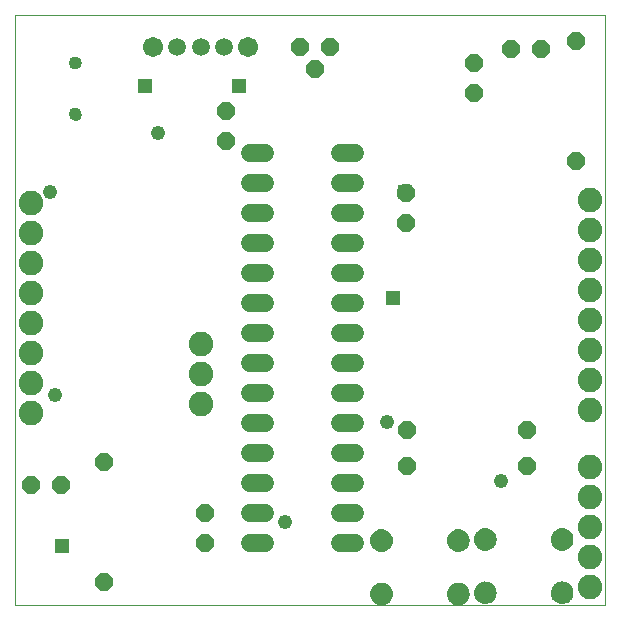
<source format=gbs>
G75*
%MOIN*%
%OFA0B0*%
%FSLAX25Y25*%
%IPPOS*%
%LPD*%
%AMOC8*
5,1,8,0,0,1.08239X$1,22.5*
%
%ADD10C,0.00000*%
%ADD11OC8,0.06000*%
%ADD12C,0.08200*%
%ADD13C,0.04343*%
%ADD14C,0.00500*%
%ADD15C,0.06000*%
%ADD16C,0.05950*%
%ADD17C,0.06737*%
%ADD18R,0.04762X0.04762*%
%ADD19C,0.04800*%
D10*
X0013611Y0013611D02*
X0013611Y0210461D01*
X0210461Y0210461D01*
X0210461Y0013611D01*
X0013611Y0013611D01*
X0031997Y0177194D02*
X0031999Y0177278D01*
X0032005Y0177361D01*
X0032015Y0177444D01*
X0032029Y0177527D01*
X0032046Y0177609D01*
X0032068Y0177690D01*
X0032093Y0177769D01*
X0032122Y0177848D01*
X0032155Y0177925D01*
X0032191Y0178000D01*
X0032231Y0178074D01*
X0032274Y0178146D01*
X0032321Y0178215D01*
X0032371Y0178282D01*
X0032424Y0178347D01*
X0032480Y0178409D01*
X0032538Y0178469D01*
X0032600Y0178526D01*
X0032664Y0178579D01*
X0032731Y0178630D01*
X0032800Y0178677D01*
X0032871Y0178722D01*
X0032944Y0178762D01*
X0033019Y0178799D01*
X0033096Y0178833D01*
X0033174Y0178863D01*
X0033253Y0178889D01*
X0033334Y0178912D01*
X0033416Y0178930D01*
X0033498Y0178945D01*
X0033581Y0178956D01*
X0033664Y0178963D01*
X0033748Y0178966D01*
X0033832Y0178965D01*
X0033915Y0178960D01*
X0033999Y0178951D01*
X0034081Y0178938D01*
X0034163Y0178922D01*
X0034244Y0178901D01*
X0034325Y0178877D01*
X0034403Y0178849D01*
X0034481Y0178817D01*
X0034557Y0178781D01*
X0034631Y0178742D01*
X0034703Y0178700D01*
X0034773Y0178654D01*
X0034841Y0178605D01*
X0034906Y0178553D01*
X0034969Y0178498D01*
X0035029Y0178440D01*
X0035087Y0178379D01*
X0035141Y0178315D01*
X0035193Y0178249D01*
X0035241Y0178181D01*
X0035286Y0178110D01*
X0035327Y0178037D01*
X0035366Y0177963D01*
X0035400Y0177887D01*
X0035431Y0177809D01*
X0035458Y0177730D01*
X0035482Y0177649D01*
X0035501Y0177568D01*
X0035517Y0177486D01*
X0035529Y0177403D01*
X0035537Y0177319D01*
X0035541Y0177236D01*
X0035541Y0177152D01*
X0035537Y0177069D01*
X0035529Y0176985D01*
X0035517Y0176902D01*
X0035501Y0176820D01*
X0035482Y0176739D01*
X0035458Y0176658D01*
X0035431Y0176579D01*
X0035400Y0176501D01*
X0035366Y0176425D01*
X0035327Y0176351D01*
X0035286Y0176278D01*
X0035241Y0176207D01*
X0035193Y0176139D01*
X0035141Y0176073D01*
X0035087Y0176009D01*
X0035029Y0175948D01*
X0034969Y0175890D01*
X0034906Y0175835D01*
X0034841Y0175783D01*
X0034773Y0175734D01*
X0034703Y0175688D01*
X0034631Y0175646D01*
X0034557Y0175607D01*
X0034481Y0175571D01*
X0034403Y0175539D01*
X0034325Y0175511D01*
X0034244Y0175487D01*
X0034163Y0175466D01*
X0034081Y0175450D01*
X0033999Y0175437D01*
X0033915Y0175428D01*
X0033832Y0175423D01*
X0033748Y0175422D01*
X0033664Y0175425D01*
X0033581Y0175432D01*
X0033498Y0175443D01*
X0033416Y0175458D01*
X0033334Y0175476D01*
X0033253Y0175499D01*
X0033174Y0175525D01*
X0033096Y0175555D01*
X0033019Y0175589D01*
X0032944Y0175626D01*
X0032871Y0175666D01*
X0032800Y0175711D01*
X0032731Y0175758D01*
X0032664Y0175809D01*
X0032600Y0175862D01*
X0032538Y0175919D01*
X0032480Y0175979D01*
X0032424Y0176041D01*
X0032371Y0176106D01*
X0032321Y0176173D01*
X0032274Y0176242D01*
X0032231Y0176314D01*
X0032191Y0176388D01*
X0032155Y0176463D01*
X0032122Y0176540D01*
X0032093Y0176619D01*
X0032068Y0176698D01*
X0032046Y0176779D01*
X0032029Y0176861D01*
X0032015Y0176944D01*
X0032005Y0177027D01*
X0031999Y0177110D01*
X0031997Y0177194D01*
X0031997Y0194517D02*
X0031999Y0194601D01*
X0032005Y0194684D01*
X0032015Y0194767D01*
X0032029Y0194850D01*
X0032046Y0194932D01*
X0032068Y0195013D01*
X0032093Y0195092D01*
X0032122Y0195171D01*
X0032155Y0195248D01*
X0032191Y0195323D01*
X0032231Y0195397D01*
X0032274Y0195469D01*
X0032321Y0195538D01*
X0032371Y0195605D01*
X0032424Y0195670D01*
X0032480Y0195732D01*
X0032538Y0195792D01*
X0032600Y0195849D01*
X0032664Y0195902D01*
X0032731Y0195953D01*
X0032800Y0196000D01*
X0032871Y0196045D01*
X0032944Y0196085D01*
X0033019Y0196122D01*
X0033096Y0196156D01*
X0033174Y0196186D01*
X0033253Y0196212D01*
X0033334Y0196235D01*
X0033416Y0196253D01*
X0033498Y0196268D01*
X0033581Y0196279D01*
X0033664Y0196286D01*
X0033748Y0196289D01*
X0033832Y0196288D01*
X0033915Y0196283D01*
X0033999Y0196274D01*
X0034081Y0196261D01*
X0034163Y0196245D01*
X0034244Y0196224D01*
X0034325Y0196200D01*
X0034403Y0196172D01*
X0034481Y0196140D01*
X0034557Y0196104D01*
X0034631Y0196065D01*
X0034703Y0196023D01*
X0034773Y0195977D01*
X0034841Y0195928D01*
X0034906Y0195876D01*
X0034969Y0195821D01*
X0035029Y0195763D01*
X0035087Y0195702D01*
X0035141Y0195638D01*
X0035193Y0195572D01*
X0035241Y0195504D01*
X0035286Y0195433D01*
X0035327Y0195360D01*
X0035366Y0195286D01*
X0035400Y0195210D01*
X0035431Y0195132D01*
X0035458Y0195053D01*
X0035482Y0194972D01*
X0035501Y0194891D01*
X0035517Y0194809D01*
X0035529Y0194726D01*
X0035537Y0194642D01*
X0035541Y0194559D01*
X0035541Y0194475D01*
X0035537Y0194392D01*
X0035529Y0194308D01*
X0035517Y0194225D01*
X0035501Y0194143D01*
X0035482Y0194062D01*
X0035458Y0193981D01*
X0035431Y0193902D01*
X0035400Y0193824D01*
X0035366Y0193748D01*
X0035327Y0193674D01*
X0035286Y0193601D01*
X0035241Y0193530D01*
X0035193Y0193462D01*
X0035141Y0193396D01*
X0035087Y0193332D01*
X0035029Y0193271D01*
X0034969Y0193213D01*
X0034906Y0193158D01*
X0034841Y0193106D01*
X0034773Y0193057D01*
X0034703Y0193011D01*
X0034631Y0192969D01*
X0034557Y0192930D01*
X0034481Y0192894D01*
X0034403Y0192862D01*
X0034325Y0192834D01*
X0034244Y0192810D01*
X0034163Y0192789D01*
X0034081Y0192773D01*
X0033999Y0192760D01*
X0033915Y0192751D01*
X0033832Y0192746D01*
X0033748Y0192745D01*
X0033664Y0192748D01*
X0033581Y0192755D01*
X0033498Y0192766D01*
X0033416Y0192781D01*
X0033334Y0192799D01*
X0033253Y0192822D01*
X0033174Y0192848D01*
X0033096Y0192878D01*
X0033019Y0192912D01*
X0032944Y0192949D01*
X0032871Y0192989D01*
X0032800Y0193034D01*
X0032731Y0193081D01*
X0032664Y0193132D01*
X0032600Y0193185D01*
X0032538Y0193242D01*
X0032480Y0193302D01*
X0032424Y0193364D01*
X0032371Y0193429D01*
X0032321Y0193496D01*
X0032274Y0193565D01*
X0032231Y0193637D01*
X0032191Y0193711D01*
X0032155Y0193786D01*
X0032122Y0193863D01*
X0032093Y0193942D01*
X0032068Y0194021D01*
X0032046Y0194102D01*
X0032029Y0194184D01*
X0032015Y0194267D01*
X0032005Y0194350D01*
X0031999Y0194433D01*
X0031997Y0194517D01*
D11*
X0084005Y0178296D03*
X0084005Y0168296D03*
X0113611Y0192253D03*
X0108611Y0199753D03*
X0118611Y0199753D03*
X0166682Y0194359D03*
X0166682Y0184359D03*
X0179005Y0198926D03*
X0189005Y0198926D03*
X0200816Y0201761D03*
X0200816Y0161761D03*
X0144005Y0150894D03*
X0144005Y0140894D03*
X0144202Y0071879D03*
X0144202Y0060068D03*
X0184202Y0060068D03*
X0184202Y0071879D03*
X0077076Y0044280D03*
X0077076Y0034280D03*
X0043335Y0021209D03*
X0029162Y0053572D03*
X0019162Y0053572D03*
X0043335Y0061209D03*
D12*
X0019005Y0077548D03*
X0019005Y0087548D03*
X0019005Y0097548D03*
X0019005Y0107548D03*
X0019005Y0117548D03*
X0019005Y0127548D03*
X0019005Y0137548D03*
X0019005Y0147548D03*
X0075619Y0100737D03*
X0075619Y0090737D03*
X0075619Y0080737D03*
X0205383Y0078650D03*
X0205383Y0088650D03*
X0205383Y0098650D03*
X0205383Y0108650D03*
X0205383Y0118650D03*
X0205383Y0128650D03*
X0205383Y0138650D03*
X0205383Y0148650D03*
X0205225Y0059635D03*
X0205225Y0049635D03*
X0205225Y0039635D03*
X0205225Y0029635D03*
X0205225Y0019635D03*
D13*
X0033769Y0177194D03*
X0033769Y0194517D03*
D14*
X0133921Y0038071D02*
X0133400Y0037651D01*
X0132972Y0037138D01*
X0132651Y0036551D01*
X0132452Y0035913D01*
X0132380Y0035249D01*
X0132370Y0035169D01*
X0132439Y0034496D01*
X0132637Y0033849D01*
X0132957Y0033254D01*
X0133388Y0032732D01*
X0133912Y0032305D01*
X0134509Y0031988D01*
X0135157Y0031793D01*
X0135830Y0031729D01*
X0135860Y0031709D01*
X0136521Y0031769D01*
X0137157Y0031957D01*
X0137745Y0032266D01*
X0138261Y0032683D01*
X0138686Y0033193D01*
X0139003Y0033775D01*
X0139200Y0034409D01*
X0139270Y0035069D01*
X0139290Y0035179D01*
X0139218Y0035855D01*
X0139014Y0036505D01*
X0138689Y0037102D01*
X0138253Y0037624D01*
X0137723Y0038051D01*
X0137121Y0038366D01*
X0136468Y0038558D01*
X0135791Y0038619D01*
X0135820Y0038629D01*
X0135154Y0038569D01*
X0134513Y0038381D01*
X0133921Y0038071D01*
X0133880Y0038038D02*
X0137739Y0038038D01*
X0138323Y0037540D02*
X0133307Y0037540D01*
X0132919Y0037041D02*
X0138722Y0037041D01*
X0138994Y0036543D02*
X0132649Y0036543D01*
X0132493Y0036044D02*
X0139159Y0036044D01*
X0139251Y0035546D02*
X0132412Y0035546D01*
X0132383Y0035047D02*
X0139268Y0035047D01*
X0139215Y0034548D02*
X0132433Y0034548D01*
X0132575Y0034050D02*
X0139088Y0034050D01*
X0138881Y0033551D02*
X0132797Y0033551D01*
X0133123Y0033053D02*
X0138570Y0033053D01*
X0138102Y0032554D02*
X0133606Y0032554D01*
X0134381Y0032056D02*
X0137346Y0032056D01*
X0136541Y0038537D02*
X0135044Y0038537D01*
X0135840Y0020799D02*
X0135174Y0020739D01*
X0134533Y0020551D01*
X0133941Y0020241D01*
X0133420Y0019821D01*
X0132992Y0019308D01*
X0132672Y0018721D01*
X0132472Y0018084D01*
X0132400Y0017419D01*
X0132391Y0017339D01*
X0132459Y0016666D01*
X0132657Y0016020D01*
X0132977Y0015424D01*
X0133408Y0014902D01*
X0133932Y0014475D01*
X0134529Y0014158D01*
X0135177Y0013964D01*
X0135850Y0013899D01*
X0135880Y0013879D01*
X0136541Y0013939D01*
X0137178Y0014127D01*
X0137765Y0014436D01*
X0138281Y0014853D01*
X0138706Y0015363D01*
X0139023Y0015946D01*
X0139220Y0016579D01*
X0139290Y0017239D01*
X0139310Y0017349D01*
X0139238Y0018026D01*
X0139035Y0018675D01*
X0138709Y0019272D01*
X0138273Y0019794D01*
X0137743Y0020221D01*
X0137141Y0020536D01*
X0136488Y0020728D01*
X0135811Y0020789D01*
X0135840Y0020799D01*
X0136957Y0020590D02*
X0134668Y0020590D01*
X0133756Y0020092D02*
X0137903Y0020092D01*
X0138440Y0019593D02*
X0133230Y0019593D01*
X0132875Y0019095D02*
X0138805Y0019095D01*
X0139059Y0018596D02*
X0132632Y0018596D01*
X0132476Y0018098D02*
X0139215Y0018098D01*
X0139283Y0017599D02*
X0132420Y0017599D01*
X0132415Y0017101D02*
X0139275Y0017101D01*
X0139223Y0016602D02*
X0132478Y0016602D01*
X0132631Y0016104D02*
X0139072Y0016104D01*
X0138838Y0015605D02*
X0132880Y0015605D01*
X0133240Y0015107D02*
X0138493Y0015107D01*
X0137978Y0014608D02*
X0133769Y0014608D01*
X0134691Y0014110D02*
X0137118Y0014110D01*
X0158059Y0016676D02*
X0158257Y0016029D01*
X0158577Y0015434D01*
X0159008Y0014912D01*
X0159532Y0014485D01*
X0160129Y0014168D01*
X0160777Y0013973D01*
X0161450Y0013909D01*
X0161480Y0013889D01*
X0162141Y0013949D01*
X0162778Y0014137D01*
X0163365Y0014445D01*
X0163881Y0014863D01*
X0164306Y0015372D01*
X0164623Y0015955D01*
X0164820Y0016589D01*
X0164890Y0017249D01*
X0164910Y0017359D01*
X0164838Y0018035D01*
X0164635Y0018685D01*
X0164309Y0019282D01*
X0163873Y0019804D01*
X0163343Y0020231D01*
X0162741Y0020546D01*
X0162088Y0020738D01*
X0161411Y0020799D01*
X0161440Y0020809D01*
X0160774Y0020749D01*
X0160133Y0020560D01*
X0159541Y0020251D01*
X0159020Y0019831D01*
X0158592Y0019318D01*
X0158272Y0018731D01*
X0158072Y0018093D01*
X0158000Y0017429D01*
X0157991Y0017349D01*
X0158059Y0016676D01*
X0158081Y0016602D02*
X0164822Y0016602D01*
X0164874Y0017101D02*
X0158016Y0017101D01*
X0158019Y0017599D02*
X0164884Y0017599D01*
X0164818Y0018098D02*
X0158073Y0018098D01*
X0158229Y0018596D02*
X0164662Y0018596D01*
X0164411Y0019095D02*
X0158470Y0019095D01*
X0158822Y0019593D02*
X0164049Y0019593D01*
X0163516Y0020092D02*
X0159344Y0020092D01*
X0160234Y0020590D02*
X0162591Y0020590D01*
X0167278Y0019115D02*
X0167078Y0018477D01*
X0167007Y0017813D01*
X0166997Y0017733D01*
X0167065Y0017060D01*
X0167263Y0016413D01*
X0167584Y0015818D01*
X0168014Y0015296D01*
X0168538Y0014869D01*
X0169136Y0014552D01*
X0169783Y0014357D01*
X0170457Y0014293D01*
X0170487Y0014273D01*
X0171147Y0014333D01*
X0171784Y0014521D01*
X0172371Y0014829D01*
X0172887Y0015246D01*
X0173312Y0015756D01*
X0173629Y0016339D01*
X0173827Y0016973D01*
X0173896Y0017633D01*
X0173917Y0017743D01*
X0173844Y0018419D01*
X0173641Y0019068D01*
X0173315Y0019665D01*
X0172879Y0020187D01*
X0172350Y0020614D01*
X0171747Y0020930D01*
X0171094Y0021122D01*
X0170417Y0021183D01*
X0170446Y0021193D01*
X0169781Y0021133D01*
X0169139Y0020944D01*
X0168547Y0020634D01*
X0168027Y0020215D01*
X0167598Y0019702D01*
X0167278Y0019115D01*
X0167271Y0019095D02*
X0173627Y0019095D01*
X0173789Y0018596D02*
X0167115Y0018596D01*
X0167037Y0018098D02*
X0173878Y0018098D01*
X0173893Y0017599D02*
X0167010Y0017599D01*
X0167061Y0017101D02*
X0173840Y0017101D01*
X0173711Y0016602D02*
X0167205Y0016602D01*
X0167430Y0016104D02*
X0173501Y0016104D01*
X0173186Y0015605D02*
X0167759Y0015605D01*
X0168247Y0015107D02*
X0172714Y0015107D01*
X0171950Y0014608D02*
X0169029Y0014608D01*
X0164669Y0016104D02*
X0158234Y0016104D01*
X0158485Y0015605D02*
X0164432Y0015605D01*
X0164084Y0015107D02*
X0158848Y0015107D01*
X0159381Y0014608D02*
X0163566Y0014608D01*
X0162685Y0014110D02*
X0160323Y0014110D01*
X0167539Y0019593D02*
X0173354Y0019593D01*
X0172959Y0020092D02*
X0167924Y0020092D01*
X0168492Y0020590D02*
X0172380Y0020590D01*
X0171207Y0021089D02*
X0169631Y0021089D01*
X0170467Y0032103D02*
X0171127Y0032163D01*
X0171764Y0032351D01*
X0172351Y0032659D01*
X0172867Y0033076D01*
X0173292Y0033586D01*
X0173609Y0034169D01*
X0173806Y0034803D01*
X0173876Y0035463D01*
X0173896Y0035573D01*
X0173824Y0036249D01*
X0173621Y0036898D01*
X0173295Y0037495D01*
X0172859Y0038017D01*
X0172329Y0038444D01*
X0171727Y0038760D01*
X0171074Y0038952D01*
X0170397Y0039013D01*
X0170426Y0039022D01*
X0169761Y0038963D01*
X0169119Y0038774D01*
X0168527Y0038464D01*
X0168007Y0038045D01*
X0167578Y0037532D01*
X0167258Y0036945D01*
X0167058Y0036307D01*
X0166987Y0035643D01*
X0166977Y0035563D01*
X0167045Y0034890D01*
X0167243Y0034243D01*
X0167564Y0033648D01*
X0167994Y0033126D01*
X0168518Y0032699D01*
X0169116Y0032382D01*
X0169763Y0032187D01*
X0170437Y0032123D01*
X0170467Y0032103D01*
X0168790Y0032554D02*
X0172152Y0032554D01*
X0172838Y0033053D02*
X0168084Y0033053D01*
X0167643Y0033551D02*
X0173263Y0033551D01*
X0173544Y0034050D02*
X0167347Y0034050D01*
X0167150Y0034548D02*
X0173727Y0034548D01*
X0173832Y0035047D02*
X0167029Y0035047D01*
X0166978Y0035546D02*
X0173891Y0035546D01*
X0173846Y0036044D02*
X0167030Y0036044D01*
X0167132Y0036543D02*
X0173732Y0036543D01*
X0173543Y0037041D02*
X0167310Y0037041D01*
X0167585Y0037540D02*
X0173258Y0037540D01*
X0172833Y0038038D02*
X0168001Y0038038D01*
X0168665Y0038537D02*
X0172153Y0038537D01*
X0164776Y0036044D02*
X0158116Y0036044D01*
X0158072Y0035904D02*
X0158000Y0035239D01*
X0157991Y0035159D01*
X0158059Y0034486D01*
X0158257Y0033840D01*
X0158577Y0033244D01*
X0159008Y0032723D01*
X0159532Y0032295D01*
X0160129Y0031978D01*
X0160777Y0031784D01*
X0161450Y0031719D01*
X0161480Y0031699D01*
X0162141Y0031759D01*
X0162778Y0031947D01*
X0163365Y0032256D01*
X0163881Y0032673D01*
X0164306Y0033183D01*
X0164623Y0033766D01*
X0164820Y0034399D01*
X0164890Y0035059D01*
X0164910Y0035169D01*
X0164838Y0035846D01*
X0164635Y0036495D01*
X0164309Y0037092D01*
X0163873Y0037614D01*
X0163343Y0038041D01*
X0162741Y0038356D01*
X0162088Y0038548D01*
X0161411Y0038609D01*
X0161440Y0038619D01*
X0160774Y0038559D01*
X0160133Y0038371D01*
X0159541Y0038061D01*
X0159020Y0037641D01*
X0158592Y0037128D01*
X0158272Y0036542D01*
X0158272Y0036543D02*
X0164608Y0036543D01*
X0164336Y0037041D02*
X0158544Y0037041D01*
X0158272Y0036542D02*
X0158072Y0035904D01*
X0158033Y0035546D02*
X0164870Y0035546D01*
X0164889Y0035047D02*
X0158002Y0035047D01*
X0158052Y0034548D02*
X0164836Y0034548D01*
X0164712Y0034050D02*
X0158192Y0034050D01*
X0158412Y0033551D02*
X0164506Y0033551D01*
X0164198Y0033053D02*
X0158735Y0033053D01*
X0159214Y0032554D02*
X0163735Y0032554D01*
X0162985Y0032056D02*
X0159983Y0032056D01*
X0158935Y0037540D02*
X0163935Y0037540D01*
X0163347Y0038038D02*
X0159513Y0038038D01*
X0160698Y0038537D02*
X0162127Y0038537D01*
X0192597Y0035553D02*
X0192665Y0034880D01*
X0192863Y0034233D01*
X0193184Y0033638D01*
X0193614Y0033116D01*
X0194138Y0032689D01*
X0194736Y0032372D01*
X0195383Y0032177D01*
X0196057Y0032113D01*
X0196087Y0032093D01*
X0196747Y0032153D01*
X0197384Y0032341D01*
X0197971Y0032649D01*
X0198487Y0033067D01*
X0198912Y0033576D01*
X0199229Y0034159D01*
X0199427Y0034793D01*
X0199496Y0035453D01*
X0199517Y0035563D01*
X0199444Y0036239D01*
X0199241Y0036888D01*
X0198915Y0037486D01*
X0198479Y0038008D01*
X0197950Y0038435D01*
X0197347Y0038750D01*
X0196694Y0038942D01*
X0196017Y0039003D01*
X0196046Y0039013D01*
X0195381Y0038953D01*
X0194739Y0038764D01*
X0194147Y0038454D01*
X0193627Y0038035D01*
X0193198Y0037522D01*
X0192878Y0036935D01*
X0192678Y0036297D01*
X0192607Y0035633D01*
X0192597Y0035553D01*
X0192598Y0035546D02*
X0199513Y0035546D01*
X0199465Y0036044D02*
X0192651Y0036044D01*
X0192755Y0036543D02*
X0199349Y0036543D01*
X0199158Y0037041D02*
X0192936Y0037041D01*
X0193213Y0037540D02*
X0198870Y0037540D01*
X0198441Y0038038D02*
X0193631Y0038038D01*
X0194304Y0038537D02*
X0197755Y0038537D01*
X0199453Y0035047D02*
X0192648Y0035047D01*
X0192767Y0034548D02*
X0199350Y0034548D01*
X0199170Y0034050D02*
X0192962Y0034050D01*
X0193255Y0033551D02*
X0198891Y0033551D01*
X0198471Y0033053D02*
X0193692Y0033053D01*
X0194391Y0032554D02*
X0197791Y0032554D01*
X0196694Y0021132D02*
X0196017Y0021193D01*
X0196046Y0021202D01*
X0195381Y0021143D01*
X0194739Y0020954D01*
X0194147Y0020644D01*
X0193627Y0020225D01*
X0193198Y0019712D01*
X0192878Y0019125D01*
X0192678Y0018487D01*
X0192607Y0017822D01*
X0192597Y0017743D01*
X0192665Y0017070D01*
X0192863Y0016423D01*
X0193184Y0015828D01*
X0193614Y0015306D01*
X0194138Y0014879D01*
X0194736Y0014561D01*
X0195383Y0014367D01*
X0196057Y0014303D01*
X0196087Y0014283D01*
X0196747Y0014343D01*
X0197384Y0014531D01*
X0197971Y0014839D01*
X0198487Y0015256D01*
X0198912Y0015766D01*
X0199229Y0016349D01*
X0199427Y0016983D01*
X0199496Y0017643D01*
X0199517Y0017753D01*
X0199444Y0018429D01*
X0199241Y0019078D01*
X0198915Y0019675D01*
X0198479Y0020197D01*
X0197950Y0020624D01*
X0197347Y0020940D01*
X0196694Y0021132D01*
X0196840Y0021089D02*
X0195197Y0021089D01*
X0194080Y0020590D02*
X0197992Y0020590D01*
X0198567Y0020092D02*
X0193516Y0020092D01*
X0193133Y0019593D02*
X0198960Y0019593D01*
X0199232Y0019095D02*
X0192868Y0019095D01*
X0192712Y0018596D02*
X0199392Y0018596D01*
X0199480Y0018098D02*
X0192636Y0018098D01*
X0192611Y0017599D02*
X0199492Y0017599D01*
X0199439Y0017101D02*
X0192662Y0017101D01*
X0192808Y0016602D02*
X0199308Y0016602D01*
X0199096Y0016104D02*
X0193035Y0016104D01*
X0193367Y0015605D02*
X0198778Y0015605D01*
X0198302Y0015107D02*
X0193859Y0015107D01*
X0194648Y0014608D02*
X0197531Y0014608D01*
D15*
X0127077Y0034241D02*
X0121877Y0034241D01*
X0121877Y0044241D02*
X0127077Y0044241D01*
X0127077Y0054241D02*
X0121877Y0054241D01*
X0121877Y0064241D02*
X0127077Y0064241D01*
X0127077Y0074241D02*
X0121877Y0074241D01*
X0121877Y0084241D02*
X0127077Y0084241D01*
X0127077Y0094241D02*
X0121877Y0094241D01*
X0121877Y0104241D02*
X0127077Y0104241D01*
X0127077Y0114241D02*
X0121877Y0114241D01*
X0121877Y0124241D02*
X0127077Y0124241D01*
X0127077Y0134241D02*
X0121877Y0134241D01*
X0121877Y0144241D02*
X0127077Y0144241D01*
X0127077Y0154241D02*
X0121877Y0154241D01*
X0121877Y0164241D02*
X0127077Y0164241D01*
X0097077Y0164241D02*
X0091877Y0164241D01*
X0091877Y0154241D02*
X0097077Y0154241D01*
X0097077Y0144241D02*
X0091877Y0144241D01*
X0091877Y0134241D02*
X0097077Y0134241D01*
X0097077Y0124241D02*
X0091877Y0124241D01*
X0091877Y0114241D02*
X0097077Y0114241D01*
X0097077Y0104241D02*
X0091877Y0104241D01*
X0091877Y0094241D02*
X0097077Y0094241D01*
X0097077Y0084241D02*
X0091877Y0084241D01*
X0091877Y0074241D02*
X0097077Y0074241D01*
X0097077Y0064241D02*
X0091877Y0064241D01*
X0091877Y0054241D02*
X0097077Y0054241D01*
X0097077Y0044241D02*
X0091877Y0044241D01*
X0091877Y0034241D02*
X0097077Y0034241D01*
D16*
X0083454Y0199595D03*
X0075580Y0199595D03*
X0067706Y0199595D03*
D17*
X0059831Y0199595D03*
X0091328Y0199595D03*
D18*
X0088414Y0186839D03*
X0056918Y0186839D03*
X0094162Y0154556D03*
X0139595Y0115973D03*
X0143532Y0151406D03*
X0029359Y0033296D03*
D19*
X0027111Y0083811D03*
X0025311Y0151311D03*
X0061311Y0171111D03*
X0137811Y0074811D03*
X0103611Y0041511D03*
X0175611Y0055011D03*
M02*

</source>
